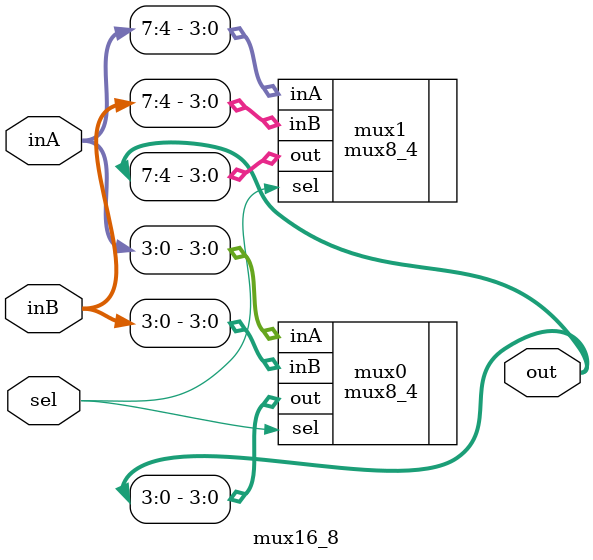
<source format=v>
module mux16_8 (inA, inB, sel, out);

    input [7:0] inA;
    input [7:0] inB;
    input sel;
    
    output [7:0] out;
    
    mux8_4 mux0 (.inA(inA[3:0]), .inB(inB[3:0]), .sel(sel), .out(out[3:0]));
    mux8_4 mux1 (.inA(inA[7:4]), .inB(inB[7:4]), .sel(sel), .out(out[7:4]));
    
endmodule

</source>
